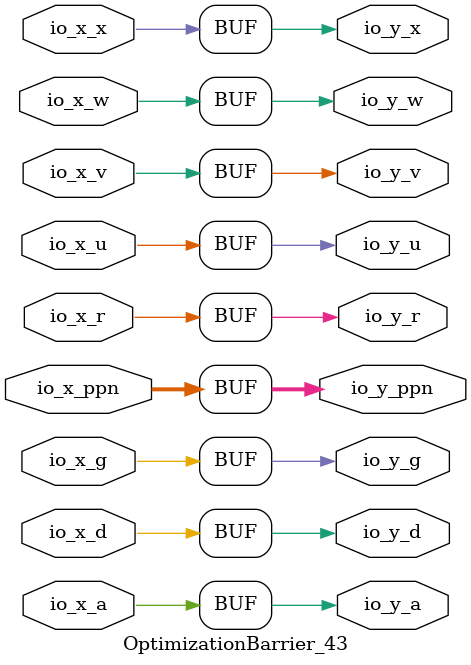
<source format=v>
`default_nettype wire
module OptimizationBarrier_43(
  input  [43:0] io_x_ppn,
  input         io_x_d,
  input         io_x_a,
  input         io_x_g,
  input         io_x_u,
  input         io_x_x,
  input         io_x_w,
  input         io_x_r,
  input         io_x_v,
  output [43:0] io_y_ppn,
  output        io_y_d,
  output        io_y_a,
  output        io_y_g,
  output        io_y_u,
  output        io_y_x,
  output        io_y_w,
  output        io_y_r,
  output        io_y_v
);
  assign io_y_ppn = io_x_ppn;
  assign io_y_d = io_x_d;
  assign io_y_a = io_x_a;
  assign io_y_g = io_x_g;
  assign io_y_u = io_x_u;
  assign io_y_x = io_x_x;
  assign io_y_w = io_x_w;
  assign io_y_r = io_x_r;
  assign io_y_v = io_x_v;
endmodule
</source>
